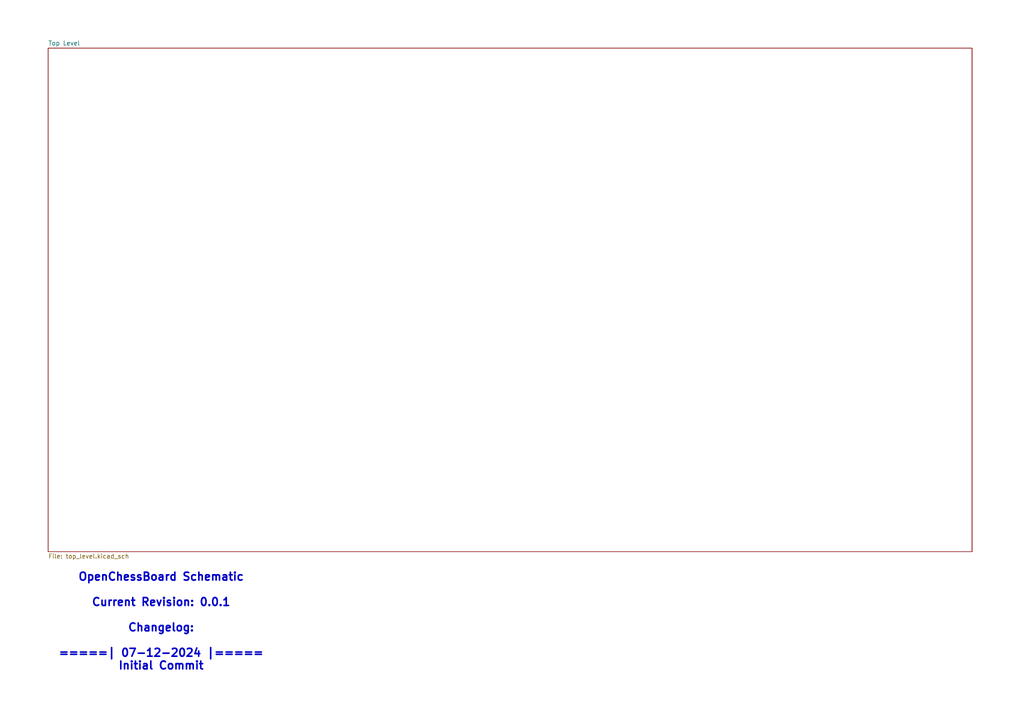
<source format=kicad_sch>
(kicad_sch
	(version 20231120)
	(generator "eeschema")
	(generator_version "8.0")
	(uuid "d9c0d962-626c-406c-a1f9-9602590cddb5")
	(paper "A4")
	(lib_symbols)
	(text "OpenChessBoard Schematic\n\nCurrent Revision: 0.0.1\n\nChangelog:\n\n=====| 07-12-2024 |=====\nInitial Commit"
		(exclude_from_sim no)
		(at 46.736 180.34 0)
		(effects
			(font
				(size 2.286 2.286)
				(thickness 0.4572)
				(bold yes)
			)
		)
		(uuid "6d72ca06-61bc-421c-8474-206b2c6f6ddc")
	)
	(sheet
		(at 13.97 13.97)
		(size 267.97 146.05)
		(fields_autoplaced yes)
		(stroke
			(width 0.1524)
			(type solid)
		)
		(fill
			(color 0 0 0 0.0000)
		)
		(uuid "31fdf277-fb9c-4014-8175-4f6de394d411")
		(property "Sheetname" "Top Level"
			(at 13.97 13.2584 0)
			(effects
				(font
					(size 1.27 1.27)
				)
				(justify left bottom)
			)
		)
		(property "Sheetfile" "top_level.kicad_sch"
			(at 13.97 160.6046 0)
			(effects
				(font
					(size 1.27 1.27)
				)
				(justify left top)
			)
		)
		(instances
			(project "OpenChessBoard_HW"
				(path "/d9c0d962-626c-406c-a1f9-9602590cddb5"
					(page "2")
				)
			)
		)
	)
	(sheet_instances
		(path "/"
			(page "1")
		)
	)
)

</source>
